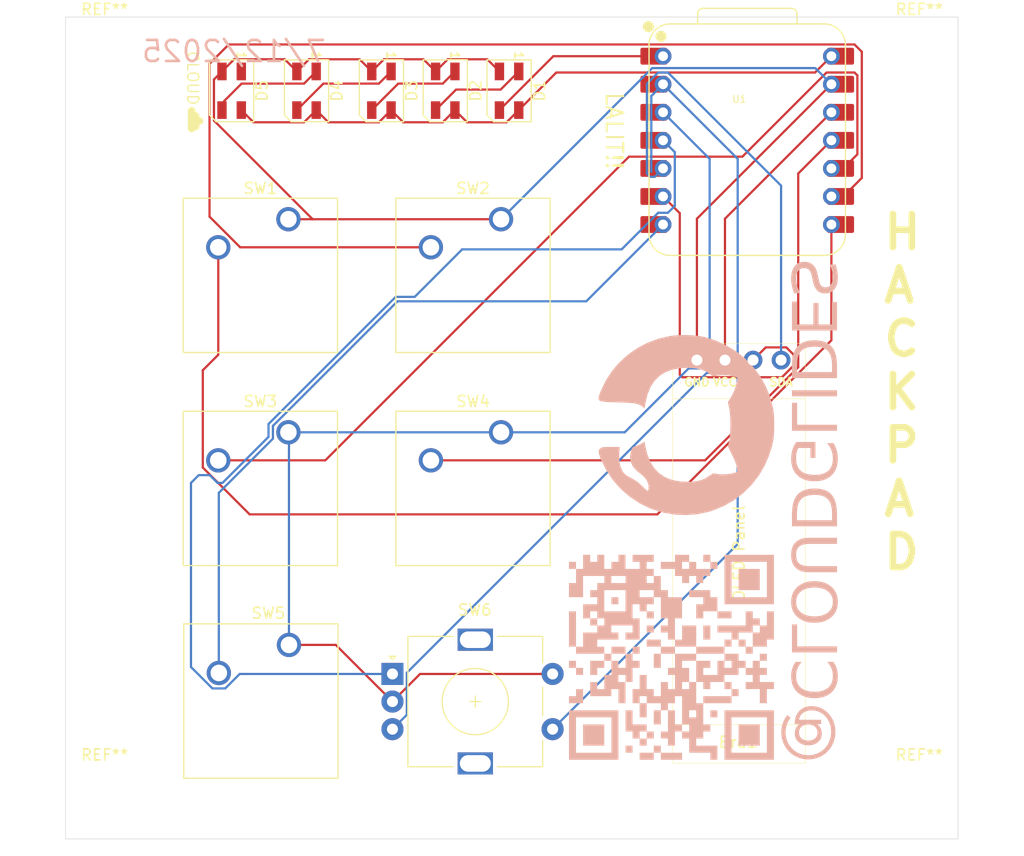
<source format=kicad_pcb>
(kicad_pcb (version 20241229) (generator "pcbnew") (generator_version "9.0")
  (layers (0 "F.Cu" signal) (2 "B.Cu" signal) (13 "F.Paste" user) (15 "B.Paste" user) (5 "F.SilkS" user "F.Silkscreen") (7 "B.SilkS" user "B.Silkscreen") (1 "F.Mask" user) (3 "B.Mask" user) (25 "Edge.Cuts" user))
  (net 0 "")
  (net 1 "GND")
  (net 2 "Net-(D1-DOUT)")
  (net 3 "+5V")
  (net 4 "Net-(D1-DIN)")
  (net 5 "Net-(Brd1-SCL)")
  (net 6 "Net-(U1-GPIO1{slash}RX)")
  (net 7 "Net-(U1-GPIO2{slash}SCK)")
  (net 8 "Net-(U1-GPIO4{slash}MISO)")
  (net 9 "Net-(U1-GPIO3{slash}MOSI)")
  (net 10 "Net-(U1-GPIO0{slash}TX)")
  (net 11 "Net-(U1-GPIO27{slash}ADC1{slash}A1)")
  (net 12 "Net-(U1-GPIO29{slash}ADC3{slash}A3)")
  (net 13 "Net-(U1-GPIO28{slash}ADC2{slash}A2)")
  (net 14 "Net-(Brd1-VCC)")
  (net 15 "Net-(Brd1-SDA)")
  (net 16 "Net-(D2-DOUT)")
  (net 17 "Net-(D3-DOUT)")
  (net 18 "Net-(D4-DOUT)")
  (footprint "Button_Switch_Keyboard:SW_Cherry_MX_1.00u_PCB" (layer "F.Cu") (at 200.43 109.64)
    (property "Reference" "SW5" (at -1.86 -2.87 0) (layer "F.SilkS"))
    (property "Value" "SW_Push")
    (pad "" np_thru_hole circle (at -7.62 5.08) (size 1.7 1.7) (drill 1.7) (layers "*.Cu" "*.Mask"))
    (pad "" np_thru_hole circle (at -2.54 5.08) (size 4 4) (drill 4) (layers "*.Cu" "*.Mask"))
    (pad "" np_thru_hole circle (at 2.54 5.08) (size 1.7 1.7) (drill 1.7) (layers "*.Cu" "*.Mask"))
    (pad "1" thru_hole circle (at 0 0) (size 2.2 2.2) (drill 1.5) (layers "*.Cu" "*.Mask") (net 1 "GND"))
    (pad "2" thru_hole circle (at -6.35 2.54) (size 2.2 2.2) (drill 1.5) (layers "*.Cu" "*.Mask") (net 10 "Net-(U1-GPIO0{slash}TX)"))
  )
  (footprint "LED_SMD:LED_SK6812MINI_PLCC4_3.5x3.5mm_P1.75mm" (layer "F.Cu") (at 208.8 59.47 -90)
    (property "Reference" "D3" (at 0 -2.75 90) (layer "F.SilkS"))
    (property "Value" "SK6812MINI" (hide yes))
    (fp_text user "1" (at -3.2 -0.875 270) (layer "F.SilkS") (effects (font (size 0.8 0.8))))
    (pad "1" smd rect (at -1.75 -0.875 270) (size 1.6 0.85) (layers "F.Cu" "F.Mask" "F.Paste") (net 17 "Net-(D3-DOUT)"))
    (pad "2" smd rect (at -1.75 0.875 270) (size 1.6 0.85) (layers "F.Cu" "F.Mask" "F.Paste") (net 1 "GND"))
    (pad "3" smd rect (at 1.75 0.875 270) (size 1.6 0.85) (layers "F.Cu" "F.Mask" "F.Paste") (net 16 "Net-(D2-DOUT)"))
    (pad "4" smd rect (at 1.75 -0.875 270) (size 1.6 0.85) (layers "F.Cu" "F.Mask" "F.Paste") (net 3 "+5V"))
  )
  (footprint "LED_SMD:LED_SK6812MINI_PLCC4_3.5x3.5mm_P1.75mm" (layer "F.Cu") (at 202.02 59.47 -90)
    (property "Reference" "D4" (at 0 -2.75 90) (layer "F.SilkS"))
    (property "Value" "SK6812MINI" (hide yes))
    (fp_text user "1" (at -3.2 -0.875 270) (layer "F.SilkS") (effects (font (size 0.8 0.8))))
    (pad "1" smd rect (at -1.75 -0.875 270) (size 1.6 0.85) (layers "F.Cu" "F.Mask" "F.Paste") (net 18 "Net-(D4-DOUT)"))
    (pad "2" smd rect (at -1.75 0.875 270) (size 1.6 0.85) (layers "F.Cu" "F.Mask" "F.Paste") (net 1 "GND"))
    (pad "3" smd rect (at 1.75 0.875 270) (size 1.6 0.85) (layers "F.Cu" "F.Mask" "F.Paste") (net 17 "Net-(D3-DOUT)"))
    (pad "4" smd rect (at 1.75 -0.875 270) (size 1.6 0.85) (layers "F.Cu" "F.Mask" "F.Paste") (net 3 "+5V"))
  )
  (footprint "Button_Switch_Keyboard:SW_Cherry_MX_1.00u_PCB" (layer "F.Cu") (at 219.63 71.1)
    (property "Reference" "SW2" (at -2.54 -2.794 0) (layer "F.SilkS"))
    (property "Value" "SW_Push")
    (pad "" np_thru_hole circle (at -7.62 5.08) (size 1.7 1.7) (drill 1.7) (layers "*.Cu" "*.Mask"))
    (pad "" np_thru_hole circle (at -2.54 5.08) (size 4 4) (drill 4) (layers "*.Cu" "*.Mask"))
    (pad "" np_thru_hole circle (at 2.54 5.08) (size 1.7 1.7) (drill 1.7) (layers "*.Cu" "*.Mask"))
    (pad "1" thru_hole circle (at 0 0) (size 2.2 2.2) (drill 1.5) (layers "*.Cu" "*.Mask") (net 1 "GND"))
    (pad "2" thru_hole circle (at -6.35 2.54) (size 2.2 2.2) (drill 1.5) (layers "*.Cu" "*.Mask") (net 7 "Net-(U1-GPIO2{slash}SCK)"))
  )
  (footprint "watermark:cloud_smol" (layer "F.Cu") (at 191.97 62.08 -90)
    (property "Reference" "G***" (hide yes))
    (property "Value" "LOGO" (hide yes))
  )
  (footprint "Rotary_Encoder:RotaryEncoder_Alps_EC11E-Switch_Vertical_H20mm" (layer "F.Cu") (at 209.8 112.27)
    (property "Reference" "SW6" (at 7.455 -5.795 0) (layer "F.SilkS"))
    (property "Value" "RotaryEncoder_Switch")
    (pad "A" thru_hole rect (at 0 0) (size 2 2) (drill 1) (layers "*.Cu" "*.Mask") (net 12 "Net-(U1-GPIO29{slash}ADC3{slash}A3)"))
    (pad "B" thru_hole circle (at 0 5) (size 2 2) (drill 1) (layers "*.Cu" "*.Mask") (net 13 "Net-(U1-GPIO28{slash}ADC2{slash}A2)"))
    (pad "C" thru_hole circle (at 0 2.5) (size 2 2) (drill 1) (layers "*.Cu" "*.Mask") (net 1 "GND"))
    (pad "MP" thru_hole rect (at 7.5 -3.1) (size 3.2 2) (drill oval 2.8 1.5) (layers "*.Cu" "*.Mask"))
    (pad "MP" thru_hole rect (at 7.5 8.1) (size 3.2 2) (drill oval 2.8 1.5) (layers "*.Cu" "*.Mask"))
    (pad "S1" thru_hole circle (at 14.5 5) (size 2 2) (drill 1) (layers "*.Cu" "*.Mask") (net 11 "Net-(U1-GPIO27{slash}ADC1{slash}A1)"))
    (pad "S2" thru_hole circle (at 14.5 0) (size 2 2) (drill 1) (layers "*.Cu" "*.Mask") (net 1 "GND"))
  )
  (footprint "Button_Switch_Keyboard:SW_Cherry_MX_1.00u_PCB" (layer "F.Cu") (at 200.38 90.39)
    (property "Reference" "SW3" (at -2.54 -2.794 0) (layer "F.SilkS"))
    (property "Value" "SW_Push")
    (pad "" np_thru_hole circle (at -7.62 5.08) (size 1.7 1.7) (drill 1.7) (layers "*.Cu" "*.Mask"))
    (pad "" np_thru_hole circle (at -2.54 5.08) (size 4 4) (drill 4) (layers "*.Cu" "*.Mask"))
    (pad "" np_thru_hole circle (at 2.54 5.08) (size 1.7 1.7) (drill 1.7) (layers "*.Cu" "*.Mask"))
    (pad "1" thru_hole circle (at 0 0) (size 2.2 2.2) (drill 1.5) (layers "*.Cu" "*.Mask") (net 1 "GND"))
    (pad "2" thru_hole circle (at -6.35 2.54) (size 2.2 2.2) (drill 1.5) (layers "*.Cu" "*.Mask") (net 8 "Net-(U1-GPIO4{slash}MISO)"))
  )
  (footprint "Button_Switch_Keyboard:SW_Cherry_MX_1.00u_PCB" (layer "F.Cu") (at 219.63 90.39)
    (property "Reference" "SW4" (at -2.54 -2.794 0) (layer "F.SilkS"))
    (property "Value" "SW_Push")
    (pad "" np_thru_hole circle (at -7.62 5.08) (size 1.7 1.7) (drill 1.7) (layers "*.Cu" "*.Mask"))
    (pad "" np_thru_hole circle (at -2.54 5.08) (size 4 4) (drill 4) (layers "*.Cu" "*.Mask"))
    (pad "" np_thru_hole circle (at 2.54 5.08) (size 1.7 1.7) (drill 1.7) (layers "*.Cu" "*.Mask"))
    (pad "1" thru_hole circle (at 0 0) (size 2.2 2.2) (drill 1.5) (layers "*.Cu" "*.Mask") (net 1 "GND"))
    (pad "2" thru_hole circle (at -6.35 2.54) (size 2.2 2.2) (drill 1.5) (layers "*.Cu" "*.Mask") (net 9 "Net-(U1-GPIO3{slash}MOSI)"))
  )
  (footprint "MountingHole:MountingHole_3.2mm_M3" (layer "F.Cu") (at 183.75 56.25)
    (property "Reference" "REF**" (at 0 -4.15 0) (layer "F.SilkS"))
    (property "Value" "MountingHole_3.2mm_M3")
    (pad "" np_thru_hole circle (at 0 0) (size 3.2 3.2) (drill 3.2) (layers "*.Cu" "*.Mask"))
  )
  (footprint "MountingHole:MountingHole_3.2mm_M3" (layer "F.Cu") (at 257.5 123.75)
    (property "Reference" "REF**" (at 0 -4.15 0) (layer "F.SilkS"))
    (property "Value" "MountingHole_3.2mm_M3")
    (pad "" np_thru_hole circle (at 0 0) (size 3.2 3.2) (drill 3.2) (layers "*.Cu" "*.Mask"))
  )
  (footprint "MountingHole:MountingHole_3.2mm_M3" (layer "F.Cu") (at 257.5 56.25)
    (property "Reference" "REF**" (at 0 -4.15 0) (layer "F.SilkS"))
    (property "Value" "MountingHole_3.2mm_M3")
    (pad "" np_thru_hole circle (at 0 0) (size 3.2 3.2) (drill 3.2) (layers "*.Cu" "*.Mask"))
  )
  (footprint "OLED:SSD1306-0.91-OLED-4pin-128x32" (layer "F.Cu") (at 235.175 120.355 90)
    (property "Reference" "Brd1" (at 1.9 5.91 0) (layer "F.SilkS"))
    (property "Value" "SSD1306" (hide yes))
    (fp_text user "SDA" (at 34.5 9.81 0) (layer "F.SilkS") (effects (font (size 0.75 0.75))))
    (fp_text user "VCC" (at 34.5 4.73 0) (layer "F.SilkS") (effects (font (size 0.75 0.75))))
    (fp_text user "SCL" (at 34.5 7.27 0) (layer "F.SilkS") (effects (font (size 0.75 0.75))))
    (fp_text user "OLED Panel" (at 19 6 90) (layer "F.SilkS"))
    (fp_text user "GND" (at 34.5 2.19 0) (layer "F.SilkS") (effects (font (size 0.75 0.75))))
    (pad "1" thru_hole rect (at 36.5 2.19 90) (size 1.7 1.7) (drill 1) (layers "*.Cu" "*.Mask") (net 1 "GND"))
    (pad "2" thru_hole oval (at 36.5 4.73 90) (size 1.7 1.7) (drill 1) (layers "*.Cu" "*.Mask") (net 14 "Net-(Brd1-VCC)"))
    (pad "3" thru_hole oval (at 36.5 7.27 90) (size 1.7 1.7) (drill 1) (layers "*.Cu" "*.Mask") (net 5 "Net-(Brd1-SCL)"))
    (pad "4" thru_hole oval (at 36.5 9.81 90) (size 1.7 1.7) (drill 1) (layers "*.Cu" "*.Mask") (net 15 "Net-(Brd1-SDA)"))
  )
  (footprint "LED_SMD:LED_SK6812MINI_PLCC4_3.5x3.5mm_P1.75mm" (layer "F.Cu") (at 195.24 59.47 -90)
    (property "Reference" "D5" (at 0 -2.75 90) (layer "F.SilkS"))
    (property "Value" "SK6812MINI" (hide yes))
    (fp_text user "1" (at -3.2 -0.875 270) (layer "F.SilkS") (effects (font (size 0.8 0.8))))
    (pad "1" smd rect (at -1.75 -0.875 270) (size 1.6 0.85) (layers "F.Cu" "F.Mask" "F.Paste"))
    (pad "2" smd rect (at -1.75 0.875 270) (size 1.6 0.85) (layers "F.Cu" "F.Mask" "F.Paste") (net 1 "GND"))
    (pad "3" smd rect (at 1.75 0.875 270) (size 1.6 0.85) (layers "F.Cu" "F.Mask" "F.Paste") (net 18 "Net-(D4-DOUT)"))
    (pad "4" smd rect (at 1.75 -0.875 270) (size 1.6 0.85) (layers "F.Cu" "F.Mask" "F.Paste") (net 3 "+5V"))
  )
  (footprint "MountingHole:MountingHole_3.2mm_M3" (layer "F.Cu") (at 183.75 123.75)
    (property "Reference" "REF**" (at 0 -4.15 0) (layer "F.SilkS"))
    (property "Value" "MountingHole_3.2mm_M3")
    (pad "" np_thru_hole circle (at 0 0) (size 3.2 3.2) (drill 3.2) (layers "*.Cu" "*.Mask"))
  )
  (footprint "LED_SMD:LED_SK6812MINI_PLCC4_3.5x3.5mm_P1.75mm" (layer "F.Cu") (at 214.58 59.47 -90)
    (property "Reference" "D2" (at 0 -2.75 90) (layer "F.SilkS"))
    (property "Value" "SK6812MINI" (hide yes))
    (fp_text user "1" (at -3.2 -0.875 270) (layer "F.SilkS") (effects (font (size 0.8 0.8))))
    (pad "1" smd rect (at -1.75 -0.875 270) (size 1.6 0.85) (layers "F.Cu" "F.Mask" "F.Paste") (net 16 "Net-(D2-DOUT)"))
    (pad "2" smd rect (at -1.75 0.875 270) (size 1.6 0.85) (layers "F.Cu" "F.Mask" "F.Paste") (net 1 "GND"))
    (pad "3" smd rect (at 1.75 0.875 270) (size 1.6 0.85) (layers "F.Cu" "F.Mask" "F.Paste") (net 2 "Net-(D1-DOUT)"))
    (pad "4" smd rect (at 1.75 -0.875 270) (size 1.6 0.85) (layers "F.Cu" "F.Mask" "F.Paste") (net 3 "+5V"))
  )
  (footprint "OPL:XIAO-RP2040-DIP" (layer "F.Cu") (at 241.92 63.96)
    (property "Reference" "U1" (at -0.72 -3.73 0) (layer "F.SilkS") (effects (font (size 0.635 0.635) (thickness 0.1016))))
    (property "Value" "XIAO-RP2040-DIP")
    (pad "1" smd roundrect (at -8.455 -7.62 180) (size 2.432 1.524) (layers "F.Cu" "F.Mask") (roundrect_rratio 0.1) (net 4 "Net-(D1-DIN)"))
    (pad "1" thru_hole circle (at -7.62 -7.62 180) (size 1.524 1.524) (drill 0.889) (layers "*.Cu" "*.Mask") (net 4 "Net-(D1-DIN)"))
    (pad "2" smd roundrect (at -8.455 -5.08 180) (size 2.432 1.524) (layers "F.Cu" "F.Mask") (roundrect_rratio 0.1) (net 11 "Net-(U1-GPIO27{slash}ADC1{slash}A1)"))
    (pad "2" thru_hole circle (at -7.62 -5.08 180) (size 1.524 1.524) (drill 0.889) (layers "*.Cu" "*.Mask") (net 11 "Net-(U1-GPIO27{slash}ADC1{slash}A1)"))
    (pad "3" smd roundrect (at -8.455 -2.54 180) (size 2.432 1.524) (layers "F.Cu" "F.Mask") (roundrect_rratio 0.1) (net 13 "Net-(U1-GPIO28{slash}ADC2{slash}A2)"))
    (pad "3" thru_hole circle (at -7.62 -2.54 180) (size 1.524 1.524) (drill 0.889) (layers "*.Cu" "*.Mask") (net 13 "Net-(U1-GPIO28{slash}ADC2{slash}A2)"))
    (pad "4" smd roundrect (at -8.455 0 180) (size 2.432 1.524) (layers "F.Cu" "F.Mask") (roundrect_rratio 0.1) (net 12 "Net-(U1-GPIO29{slash}ADC3{slash}A3)"))
    (pad "4" thru_hole circle (at -7.62 0 180) (size 1.524 1.524) (drill 0.889) (layers "*.Cu" "*.Mask") (net 12 "Net-(U1-GPIO29{slash}ADC3{slash}A3)"))
    (pad "5" smd roundrect (at -8.455 2.54 180) (size 2.432 1.524) (layers "F.Cu" "F.Mask") (roundrect_rratio 0.1) (net 15 "Net-(Brd1-SDA)"))
    (pad "5" thru_hole circle (at -7.62 2.54 180) (size 1.524 1.524) (drill 0.889) (layers "*.Cu" "*.Mask") (net 15 "Net-(Brd1-SDA)"))
    (pad "6" smd roundrect (at -8.455 5.08 180) (size 2.432 1.524) (layers "F.Cu" "F.Mask") (roundrect_rratio 0.1) (net 5 "Net-(Brd1-SCL)"))
    (pad "6" thru_hole circle (at -7.62 5.08 180) (size 1.524 1.524) (drill 0.889) (layers "*.Cu" "*.Mask") (net 5 "Net-(Brd1-SCL)"))
    (pad "7" smd roundrect (at -8.455 7.62 180) (size 2.432 1.524) (layers "F.Cu" "F.Mask") (roundrect_rratio 0.1) (net 10 "Net-(U1-GPIO0{slash}TX)"))
    (pad "7" thru_hole circle (at -7.62 7.62 180) (size 1.524 1.524) (drill 0.889) (layers "*.Cu" "*.Mask") (net 10 "Net-(U1-GPIO0{slash}TX)"))
    (pad "8" thru_hole circle (at 7.62 7.62) (size 1.524 1.524) (drill 0.889) (layers "*.Cu" "*.Mask") (net 6 "Net-(U1-GPIO1{slash}RX)"))
    (pad "8" smd roundrect (at 8.455 7.62) (size 2.432 1.524) (layers "F.Cu" "F.Mask") (roundrect_rratio 0.1) (net 6 "Net-(U1-GPIO1{slash}RX)"))
    (pad "9" thru_hole circle (at 7.62 5.08) (size 1.524 1.524) (drill 0.889) (layers "*.Cu" "*.Mask") (net 7 "Net-(U1-GPIO2{slash}SCK)"))
    (pad "9" smd roundrect (at 8.455 5.08) (size 2.432 1.524) (layers "F.Cu" "F.Mask") (roundrect_rratio 0.1) (net 7 "Net-(U1-GPIO2{slash}SCK)"))
    (pad "10" thru_hole circle (at 7.62 2.54) (size 1.524 1.524) (drill 0.889) (layers "*.Cu" "*.Mask") (net 8 "Net-(U1-GPIO4{slash}MISO)"))
    (pad "10" smd roundrect (at 8.455 2.54) (size 2.432 1.524) (layers "F.Cu" "F.Mask") (roundrect_rratio 0.1) (net 8 "Net-(U1-GPIO4{slash}MISO)"))
    (pad "11" thru_hole circle (at 7.62 0) (size 1.524 1.524) (drill 0.889) (layers "*.Cu" "*.Mask") (net 9 "Net-(U1-GPIO3{slash}MOSI)"))
    (pad "11" smd roundrect (at 8.455 0) (size 2.432 1.524) (layers "F.Cu" "F.Mask") (roundrect_rratio 0.1) (net 9 "Net-(U1-GPIO3{slash}MOSI)"))
    (pad "12" thru_hole circle (at 7.62 -2.54) (size 1.524 1.524) (drill 0.889) (layers "*.Cu" "*.Mask") (net 14 "Net-(Brd1-VCC)"))
    (pad "12" smd roundrect (at 8.455 -2.54) (size 2.432 1.524) (layers "F.Cu" "F.Mask") (roundrect_rratio 0.1) (net 14 "Net-(Brd1-VCC)"))
    (pad "13" thru_hole circle (at 7.62 -5.08) (size 1.524 1.524) (drill 0.889) (layers "*.Cu" "*.Mask") (net 1 "GND"))
    (pad "13" smd roundrect (at 8.455 -5.08) (size 2.432 1.524) (layers "F.Cu" "F.Mask") (roundrect_rratio 0.1) (net 1 "GND"))
    (pad "14" thru_hole circle (at 7.62 -7.62) (size 1.524 1.524) (drill 0.889) (layers "*.Cu" "*.Mask") (net 3 "+5V"))
    (pad "14" smd roundrect (at 8.455 -7.62) (size 2.432 1.524) (layers "F.Cu" "F.Mask") (roundrect_rratio 0.1) (net 3 "+5V"))
  )
  (footprint "Button_Switch_Keyboard:SW_Cherry_MX_1.00u_PCB" (layer "F.Cu") (at 200.38 71.1)
    (property "Reference" "SW1" (at -2.54 -2.794 0) (layer "F.SilkS"))
    (property "Value" "SW_Push")
    (pad "" np_thru_hole circle (at -7.62 5.08) (size 1.7 1.7) (drill 1.7) (layers "*.Cu" "*.Mask"))
    (pad "" np_thru_hole circle (at -2.54 5.08) (size 4 4) (drill 4) (layers "*.Cu" "*.Mask"))
    (pad "" np_thru_hole circle (at 2.54 5.08) (size 1.7 1.7) (drill 1.7) (layers "*.Cu" "*.Mask"))
    (pad "1" thru_hole circle (at 0 0) (size 2.2 2.2) (drill 1.5) (layers "*.Cu" "*.Mask") (net 1 "GND"))
    (pad "2" thru_hole circle (at -6.35 2.54) (size 2.2 2.2) (drill 1.5) (layers "*.Cu" "*.Mask") (net 6 "Net-(U1-GPIO1{slash}RX)"))
  )
  (footprint "LED_SMD:LED_SK6812MINI_PLCC4_3.5x3.5mm_P1.75mm" (layer "F.Cu") (at 220.36 59.47 -90)
    (property "Reference" "D1" (at 0 -2.75 90) (layer "F.SilkS"))
    (property "Value" "SK6812MINI" (hide yes))
    (fp_text user "1" (at -3.2 -0.875 270) (layer "F.SilkS") (effects (font (size 0.8 0.8))))
    (pad "1" smd rect (at -1.75 -0.875 270) (size 1.6 0.85) (layers "F.Cu" "F.Mask" "F.Paste") (net 2 "Net-(D1-DOUT)"))
    (pad "2" smd rect (at -1.75 0.875 270) (size 1.6 0.85) (layers "F.Cu" "F.Mask" "F.Paste") (net 1 "GND"))
    (pad "3" smd rect (at 1.75 0.875 270) (size 1.6 0.85) (layers "F.Cu" "F.Mask" "F.Paste") (net 4 "Net-(D1-DIN)"))
    (pad "4" smd rect (at 1.75 -0.875 270) (size 1.6 0.85) (layers "F.Cu" "F.Mask" "F.Paste") (net 3 "+5V"))
  )
  (footprint "watermark:qr" (layer "B.Cu") (at 235.06 110.76 90)
    (property "Reference" "G***" (hide yes))
    (property "Value" "LOGO" (hide yes))
  )
  (footprint "watermark:gh" (layer "B.Cu") (at 236.4 89.73 90)
    (property "Reference" "G***" (hide yes))
    (property "Value" "LOGO" (hide yes))
  )
  (gr_rect (start 180.2 52.795) (end 261 127.205) (stroke (width 0.05)) (fill no) (layer "Edge.Cuts"))
  (gr_text "CLOUD " (at 191.14 55.79 270) (layer "F.SilkS") (effects (font (size 1 1) (thickness 0.125)) (justify left bottom)))
  (gr_text "H\nA\nC\nK\nP\nA\nD" (at 254 103 0) (layer "F.SilkS") (effects (font (size 3 3) (thickness 0.6) (bold yes)) (justify left bottom)))
  (gr_text "LALIT!!" (at 229 59.47 270) (layer "F.SilkS") (effects (font (size 1.5 1.5) (thickness 0.1875)) (justify left bottom)))
  (gr_text "@CLOUDGLIDES" (at 245.29 120.38 270) (layer "B.SilkS") (effects (font (size 4 4) (thickness 0.1)) (justify left bottom mirror)))
  (gr_text "7/12/2025" (at 203.93 57.01 0) (layer "B.SilkS") (effects (font (size 1.9 1.9) (thickness 0.2375)) (justify left bottom mirror)))
  (segment (start 212.3 112.27) (end 224.3 112.27) (width 0.2) (layer "F.Cu") (net 1))
  (segment (start 200.43 109.64) (end 204.67 109.64) (width 0.2) (layer "F.Cu") (net 1))
  (segment (start 202.246 56.619) (end 206.824 56.619) (width 0.2) (layer "F.Cu") (net 1))
  (segment (start 202.44 71.1) (end 202.505 71.035) (width 0.2) (layer "F.Cu") (net 1))
  (segment (start 219.63 71.1) (end 202.57 71.1) (width 0.2) (layer "F.Cu") (net 1))
  (segment (start 201.145 57.72) (end 202.246 56.619) (width 0.2) (layer "F.Cu") (net 1))
  (segment (start 200.044 56.619) (end 201.145 57.72) (width 0.2) (layer "F.Cu") (net 1))
  (segment (start 237.365 83.855) (end 237.365 71.055) (width 0.2) (layer "F.Cu") (net 1))
  (segment (start 237.365 71.055) (end 249.54 58.88) (width 0.2) (layer "F.Cu") (net 1))
  (segment (start 209.8 114.77) (end 212.3 112.27) (width 0.2) (layer "F.Cu") (net 1))
  (segment (start 214.806 56.619) (end 218.384 56.619) (width 0.2) (layer "F.Cu") (net 1))
  (segment (start 204.67 109.64) (end 209.8 114.77) (width 0.2) (layer "F.Cu") (net 1))
  (segment (start 194.365 57.72) (end 195.466 56.619) (width 0.2) (layer "F.Cu") (net 1))
  (segment (start 212.604 56.619) (end 213.705 57.72) (width 0.2) (layer "F.Cu") (net 1))
  (segment (start 195.466 56.619) (end 200.044 56.619) (width 0.2) (layer "F.Cu") (net 1))
  (segment (start 207.925 57.72) (end 209.026 56.619) (width 0.2) (layer "F.Cu") (net 1))
  (segment (start 200.38 71.1) (end 202.44 71.1) (width 0.2) (layer "F.Cu") (net 1))
  (segment (start 218.384 56.619) (end 219.485 57.72) (width 0.2) (layer "F.Cu") (net 1))
  (segment (start 202.505 71.035) (end 193.639 62.169) (width 0.2) (layer "F.Cu") (net 1))
  (segment (start 206.824 56.619) (end 207.925 57.72) (width 0.2) (layer "F.Cu") (net 1))
  (segment (start 209.026 56.619) (end 212.604 56.619) (width 0.2) (layer "F.Cu") (net 1))
  (segment (start 193.639 62.169) (end 193.639 58.446) (width 0.2) (layer "F.Cu") (net 1))
  (segment (start 193.639 58.446) (end 194.365 57.72) (width 0.2) (layer "F.Cu") (net 1))
  (segment (start 213.705 57.72) (end 214.806 56.619) (width 0.2) (layer "F.Cu") (net 1))
  (segment (start 202.57 71.1) (end 202.505 71.035) (width 0.2) (layer "F.Cu") (net 1))
  (segment (start 200.38 90.39) (end 200.43 90.44) (width 0.2) (layer "B.Cu") (net 1))
  (segment (start 230.83 90.39) (end 237.365 83.855) (width 0.2) (layer "B.Cu") (net 1))
  (segment (start 248.076 57.416) (end 249.54 58.88) (width 0.2) (layer "B.Cu") (net 1))
  (segment (start 233.314 57.416) (end 248.076 57.416) (width 0.2) (layer "B.Cu") (net 1))
  (segment (start 200.43 90.44) (end 200.43 109.64) (width 0.2) (layer "B.Cu") (net 1))
  (segment (start 200.38 90.39) (end 219.63 90.39) (width 0.2) (layer "B.Cu") (net 1))
  (segment (start 219.63 71.1) (end 233.314 57.416) (width 0.2) (layer "B.Cu") (net 1))
  (segment (start 219.63 90.39) (end 230.83 90.39) (width 0.2) (layer "B.Cu") (net 1))
  (segment (start 219.595 59.36) (end 221.235 57.72) (width 0.2) (layer "F.Cu") (net 2))
  (segment (start 215.565 59.36) (end 219.595 59.36) (width 0.2) (layer "F.Cu") (net 2))
  (segment (start 213.705 61.22) (end 215.565 59.36) (width 0.2) (layer "F.Cu") (net 2))
  (segment (start 197.216 62.321) (end 201.794 62.321) (width 0.2) (layer "F.Cu") (net 3))
  (segment (start 210.776 62.321) (end 214.354 62.321) (width 0.2) (layer "F.Cu") (net 3))
  (segment (start 224.638 57.817) (end 248.063 57.817) (width 0.2) (layer "F.Cu") (net 3))
  (segment (start 202.895 61.22) (end 203.996 62.321) (width 0.2) (layer "F.Cu") (net 3))
  (segment (start 201.794 62.321) (end 202.895 61.22) (width 0.2) (layer "F.Cu") (net 3))
  (segment (start 203.996 62.321) (end 208.574 62.321) (width 0.2) (layer "F.Cu") (net 3))
  (segment (start 248.063 57.817) (end 249.54 56.34) (width 0.2) (layer "F.Cu") (net 3))
  (segment (start 208.574 62.321) (end 209.675 61.22) (width 0.2) (layer "F.Cu") (net 3))
  (segment (start 220.134 62.321) (end 221.235 61.22) (width 0.2) (layer "F.Cu") (net 3))
  (segment (start 196.115 61.22) (end 197.216 62.321) (width 0.2) (layer "F.Cu") (net 3))
  (segment (start 209.675 61.22) (end 210.776 62.321) (width 0.2) (layer "F.Cu") (net 3))
  (segment (start 214.354 62.321) (end 215.455 61.22) (width 0.2) (layer "F.Cu") (net 3))
  (segment (start 216.556 62.321) (end 220.134 62.321) (width 0.2) (layer "F.Cu") (net 3))
  (segment (start 215.455 61.22) (end 216.556 62.321) (width 0.2) (layer "F.Cu") (net 3))
  (segment (start 221.235 61.22) (end 224.638 57.817) (width 0.2) (layer "F.Cu") (net 3))
  (segment (start 219.485 61.22) (end 224.365 56.34) (width 0.2) (layer "F.Cu") (net 4))
  (segment (start 224.365 56.34) (end 234.3 56.34) (width 0.2) (layer "F.Cu") (net 4))
  (segment (start 235.813 70.553) (end 235.813 85.1721) (width 0.2) (layer "F.Cu") (net 5))
  (segment (start 234.3 69.04) (end 235.813 70.553) (width 0.2) (layer "F.Cu") (net 5))
  (segment (start 235.813 85.1721) (end 236.0479 85.407) (width 0.2) (layer "F.Cu") (net 5))
  (segment (start 245.06076 85.407) (end 246.136 84.33176) (width 0.2) (layer "F.Cu") (net 5))
  (segment (start 236.0479 85.407) (end 245.06076 85.407) (width 0.2) (layer "F.Cu") (net 5))
  (segment (start 246.136 84.33176) (end 246.136 83.37824) (width 0.2) (layer "F.Cu") (net 5))
  (segment (start 243.596 82.704) (end 242.445 83.855) (width 0.2) (layer "F.Cu") (net 5))
  (segment (start 246.136 83.37824) (end 245.46176 82.704) (width 0.2) (layer "F.Cu") (net 5))
  (segment (start 245.46176 82.704) (end 243.596 82.704) (width 0.2) (layer "F.Cu") (net 5))
  (segment (start 249.54 71.58) (end 249.54 82.06196) (width 0.2) (layer "F.Cu") (net 6))
  (segment (start 194.03 83.37153) (end 194.03 73.64) (width 0.2) (layer "F.Cu") (net 6))
  (segment (start 192.629 93.583816) (end 192.629 84.77253) (width 0.2) (layer "F.Cu") (net 6))
  (segment (start 249.54 82.06196) (end 233.78096 97.821) (width 0.2) (layer "F.Cu") (net 6))
  (segment (start 233.78096 97.821) (end 196.866184 97.821) (width 0.2) (layer "F.Cu") (net 6))
  (segment (start 196.866184 97.821) (end 192.629 93.583816) (width 0.2) (layer "F.Cu") (net 6))
  (segment (start 192.629 84.77253) (end 194.03 83.37153) (width 0.2) (layer "F.Cu") (net 6))
  (segment (start 193.238 57.02) (end 194.981 55.277) (width 0.2) (layer "F.Cu") (net 7))
  (segment (start 213.28 73.64) (end 196.011314 73.64) (width 0.2) (layer "F.Cu") (net 7))
  (segment (start 252.293 55.939374) (end 252.293 67.36463) (width 0.2) (layer "F.Cu") (net 7))
  (segment (start 193.238 70.866686) (end 193.238 57.02) (width 0.2) (layer "F.Cu") (net 7))
  (segment (start 194.981 55.277) (end 251.630626 55.277) (width 0.2) (layer "F.Cu") (net 7))
  (segment (start 250.61763 69.04) (end 249.54 69.04) (width 0.2) (layer "F.Cu") (net 7))
  (segment (start 252.293 67.36463) (end 250.61763 69.04) (width 0.2) (layer "F.Cu") (net 7))
  (segment (start 196.011314 73.64) (end 193.238 70.866686) (width 0.2) (layer "F.Cu") (net 7))
  (segment (start 251.630626 55.277) (end 252.293 55.939374) (width 0.2) (layer "F.Cu") (net 7))
  (segment (start 251.630626 57.817) (end 249.09969 57.817) (width 0.2) (layer "F.Cu") (net 8))
  (segment (start 203.72153 92.93) (end 194.03 92.93) (width 0.2) (layer "F.Cu") (net 8))
  (segment (start 241.47969 65.437) (end 231.21453 65.437) (width 0.2) (layer "F.Cu") (net 8))
  (segment (start 249.09969 57.817) (end 241.47969 65.437) (width 0.2) (layer "F.Cu") (net 8))
  (segment (start 251.892 65.22563) (end 251.892 58.078374) (width 0.2) (layer "F.Cu") (net 8))
  (segment (start 249.54 66.5) (end 250.61763 66.5) (width 0.2) (layer "F.Cu") (net 8))
  (segment (start 251.892 58.078374) (end 251.630626 57.817) (width 0.2) (layer "F.Cu") (net 8))
  (segment (start 250.61763 66.5) (end 251.892 65.22563) (width 0.2) (layer "F.Cu") (net 8))
  (segment (start 231.21453 65.437) (end 203.72153 92.93) (width 0.2) (layer "F.Cu") (net 8))
  (segment (start 246.537 66.963) (end 246.537 84.49786) (width 0.2) (layer "F.Cu") (net 9))
  (segment (start 246.537 84.49786) (end 238.10486 92.93) (width 0.2) (layer "F.Cu") (net 9))
  (segment (start 249.54 63.96) (end 246.537 66.963) (width 0.2) (layer "F.Cu") (net 9))
  (segment (start 238.10486 92.93) (end 213.28 92.93) (width 0.2) (layer "F.Cu") (net 9))
  (segment (start 210.257686 78.531) (end 227.349 78.531) (width 0.2) (layer "B.Cu") (net 10))
  (segment (start 194.08 112.18) (end 194.08 95.869314) (width 0.2) (layer "B.Cu") (net 10))
  (segment (start 194.08 95.869314) (end 198.979 90.970314) (width 0.2) (layer "B.Cu") (net 10))
  (segment (start 227.349 78.531) (end 234.3 71.58) (width 0.2) (layer "B.Cu") (net 10))
  (segment (start 198.979 90.970314) (end 198.979 89.809686) (width 0.2) (layer "B.Cu") (net 10))
  (segment (start 198.979 89.809686) (end 210.257686 78.531) (width 0.2) (layer "B.Cu") (net 10))
  (segment (start 224.3 117.27) (end 241.056 100.514) (width 0.2) (layer "B.Cu") (net 11))
  (segment (start 241.056 65.636) (end 234.3 58.88) (width 0.2) (layer "B.Cu") (net 11))
  (segment (start 233.237 66.81147) (end 233.237 59.943) (width 0.2) (layer "B.Cu") (net 11))
  (segment (start 233.237 59.943) (end 234.3 58.88) (width 0.2) (layer "B.Cu") (net 11))
  (segment (start 241.056 100.514) (end 241.056 65.636) (width 0.2) (layer "B.Cu") (net 11))
  (segment (start 230.54769 73.829) (end 216.116184 73.829) (width 0.2) (layer "B.Cu") (net 12))
  (segment (start 193.499686 113.581) (end 194.660314 113.581) (width 0.2) (layer "B.Cu") (net 12))
  (segment (start 194.409684 94.97253) (end 193.961 94.97253) (width 0.2) (layer "B.Cu") (net 12))
  (segment (start 216.116184 73.829) (end 211.815184 78.13) (width 0.2) (layer "B.Cu") (net 12))
  (segment (start 198.578 90.804214) (end 194.409684 94.97253) (width 0.2) (layer "B.Cu") (net 12))
  (segment (start 193.961 94.97253) (end 193.25747 94.269) (width 0.2) (layer "B.Cu") (net 12))
  (segment (start 191.559 94.97253) (end 191.559 111.640314) (width 0.2) (layer "B.Cu") (net 12))
  (segment (start 234.74031 70.517) (end 233.85969 70.517) (width 0.2) (layer "B.Cu") (net 12))
  (segment (start 193.25747 94.269) (end 192.26253 94.269) (width 0.2) (layer "B.Cu") (net 12))
  (segment (start 210.091586 78.13) (end 198.578 89.643586) (width 0.2) (layer "B.Cu") (net 12))
  (segment (start 195.971314 112.27) (end 209.8 112.27) (width 0.2) (layer "B.Cu") (net 12))
  (segment (start 198.578 89.643586) (end 198.578 90.804214) (width 0.2) (layer "B.Cu") (net 12))
  (segment (start 192.26253 94.269) (end 191.559 94.97253) (width 0.2) (layer "B.Cu") (net 12))
  (segment (start 211.815184 78.13) (end 210.091586 78.13) (width 0.2) (layer "B.Cu") (net 12))
  (segment (start 233.85969 70.517) (end 230.54769 73.829) (width 0.2) (layer "B.Cu") (net 12))
  (segment (start 194.660314 113.581) (end 195.971314 112.27) (width 0.2) (layer "B.Cu") (net 12))
  (segment (start 234.3 63.96) (end 235.363 65.023) (width 0.2) (layer "B.Cu") (net 12))
  (segment (start 191.559 111.640314) (end 193.499686 113.581) (width 0.2) (layer "B.Cu") (net 12))
  (segment (start 235.363 65.023) (end 235.363 69.89431) (width 0.2) (layer "B.Cu") (net 12))
  (segment (start 235.363 69.89431) (end 234.74031 70.517) (width 0.2) (layer "B.Cu") (net 12))
  (segment (start 211.101 112.167) (end 211.101 115.969) (width 0.2) (layer "B.Cu") (net 13))
  (segment (start 238.516 65.636) (end 238.516 85.006) (width 0.2) (layer "B.Cu") (net 13))
  (segment (start 238.262 85.006) (end 211.101 112.167) (width 0.2) (layer "B.Cu") (net 13))
  (segment (start 234.3 61.42) (end 238.516 65.636) (width 0.2) (layer "B.Cu") (net 13))
  (segment (start 211.101 115.969) (end 209.8 117.27) (width 0.2) (layer "B.Cu") (net 13))
  (segment (start 238.516 85.006) (end 238.262 85.006) (width 0.2) (layer "B.Cu") (net 13))
  (segment (start 239.905 71.055) (end 249.54 61.42) (width 0.2) (layer "F.Cu") (net 14))
  (segment (start 239.905 83.855) (end 239.905 71.055) (width 0.2) (layer "F.Cu") (net 14))
  (segment (start 233.85969 57.817) (end 234.74031 57.817) (width 0.2) (layer "B.Cu") (net 15))
  (segment (start 244.985 68.06169) (end 244.985 83.855) (width 0.2) (layer "B.Cu") (net 15))
  (segment (start 232.836 58.84069) (end 233.85969 57.817) (width 0.2) (layer "B.Cu") (net 15))
  (segment (start 232.836 66.97757) (end 232.836 58.84069) (width 0.2) (layer "B.Cu") (net 15))
  (segment (start 234.74031 57.817) (end 244.985 68.06169) (width 0.2) (layer "B.Cu") (net 15))
  (segment (start 233.120429 67.261999) (end 232.836 66.97757) (width 0.2) (layer "B.Cu") (net 15))
  (segment (start 234.3 66.5) (end 233.538001 67.261999) (width 0.2) (layer "B.Cu") (net 15))
  (segment (start 233.538001 67.261999) (end 233.120429 67.261999) (width 0.2) (layer "B.Cu") (net 15))
  (segment (start 215.455 57.72) (end 214.354 58.821) (width 0.2) (layer "F.Cu") (net 16))
  (segment (start 214.354 58.821) (end 210.324 58.821) (width 0.2) (layer "F.Cu") (net 16))
  (segment (start 210.324 58.821) (end 207.925 61.22) (width 0.2) (layer "F.Cu") (net 16))
  (segment (start 203.544 58.821) (end 208.574 58.821) (width 0.2) (layer "F.Cu") (net 17))
  (segment (start 208.574 58.821) (end 209.675 57.72) (width 0.2) (layer "F.Cu") (net 17))
  (segment (start 201.145 61.22) (end 203.544 58.821) (width 0.2) (layer "F.Cu") (net 17))
  (segment (start 196.139 58.821) (end 194.56 60.4) (width 0.2) (layer "F.Cu") (net 18))
  (segment (start 202.895 57.72) (end 201.794 58.821) (width 0.2) (layer "F.Cu") (net 18))
  (segment (start 201.794 58.821) (end 196.139 58.821) (width 0.2) (layer "F.Cu") (net 18))
)
</source>
